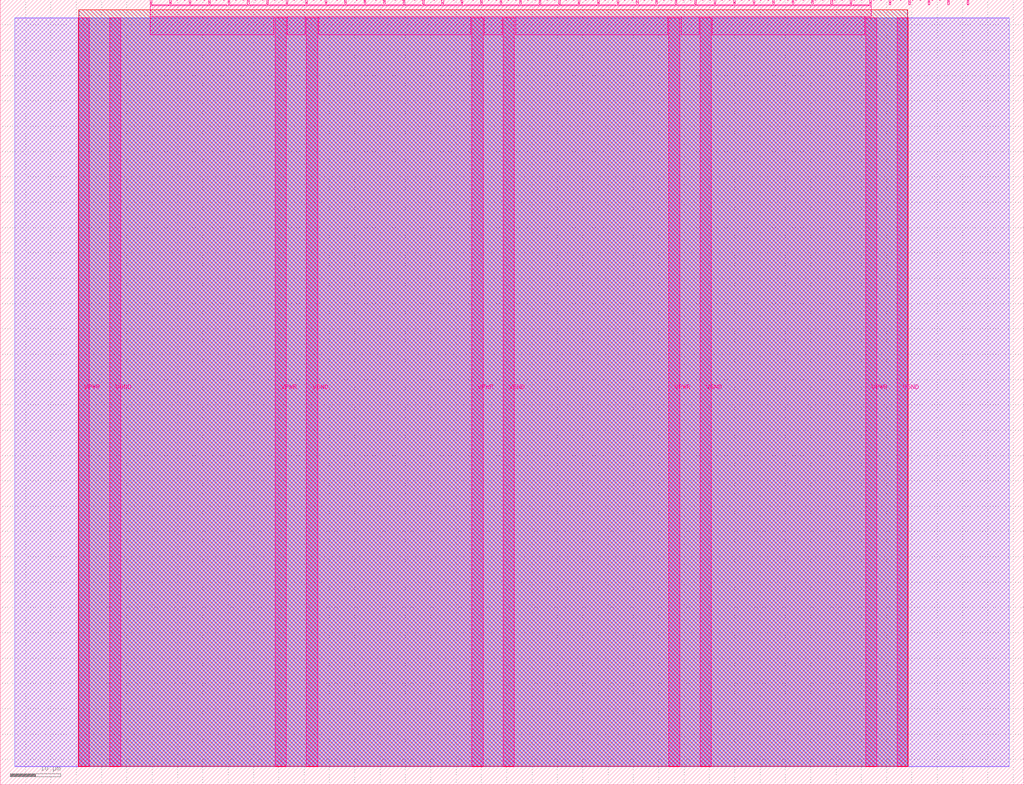
<source format=lef>
VERSION 5.7 ;
  NOWIREEXTENSIONATPIN ON ;
  DIVIDERCHAR "/" ;
  BUSBITCHARS "[]" ;
MACRO tt_um_wokwi_434918311072808961
  CLASS BLOCK ;
  FOREIGN tt_um_wokwi_434918311072808961 ;
  ORIGIN 0.000 0.000 ;
  SIZE 202.080 BY 154.980 ;
  PIN VGND
    DIRECTION INOUT ;
    USE GROUND ;
    PORT
      LAYER Metal5 ;
        RECT 21.580 3.560 23.780 151.420 ;
    END
    PORT
      LAYER Metal5 ;
        RECT 60.450 3.560 62.650 151.420 ;
    END
    PORT
      LAYER Metal5 ;
        RECT 99.320 3.560 101.520 151.420 ;
    END
    PORT
      LAYER Metal5 ;
        RECT 138.190 3.560 140.390 151.420 ;
    END
    PORT
      LAYER Metal5 ;
        RECT 177.060 3.560 179.260 151.420 ;
    END
  END VGND
  PIN VPWR
    DIRECTION INOUT ;
    USE POWER ;
    PORT
      LAYER Metal5 ;
        RECT 15.380 3.560 17.580 151.420 ;
    END
    PORT
      LAYER Metal5 ;
        RECT 54.250 3.560 56.450 151.420 ;
    END
    PORT
      LAYER Metal5 ;
        RECT 93.120 3.560 95.320 151.420 ;
    END
    PORT
      LAYER Metal5 ;
        RECT 131.990 3.560 134.190 151.420 ;
    END
    PORT
      LAYER Metal5 ;
        RECT 170.860 3.560 173.060 151.420 ;
    END
  END VPWR
  PIN clk
    DIRECTION INPUT ;
    USE SIGNAL ;
    PORT
      LAYER Metal5 ;
        RECT 187.050 153.980 187.350 154.980 ;
    END
  END clk
  PIN ena
    DIRECTION INPUT ;
    USE SIGNAL ;
    PORT
      LAYER Metal5 ;
        RECT 190.890 153.980 191.190 154.980 ;
    END
  END ena
  PIN rst_n
    DIRECTION INPUT ;
    USE SIGNAL ;
    PORT
      LAYER Metal5 ;
        RECT 183.210 153.980 183.510 154.980 ;
    END
  END rst_n
  PIN ui_in[0]
    DIRECTION INPUT ;
    USE SIGNAL ;
    PORT
      LAYER Metal5 ;
        RECT 179.370 153.980 179.670 154.980 ;
    END
  END ui_in[0]
  PIN ui_in[1]
    DIRECTION INPUT ;
    USE SIGNAL ;
    PORT
      LAYER Metal5 ;
        RECT 175.530 153.980 175.830 154.980 ;
    END
  END ui_in[1]
  PIN ui_in[2]
    DIRECTION INPUT ;
    USE SIGNAL ;
    ANTENNAGATEAREA 0.180700 ;
    PORT
      LAYER Metal5 ;
        RECT 171.690 153.980 171.990 154.980 ;
    END
  END ui_in[2]
  PIN ui_in[3]
    DIRECTION INPUT ;
    USE SIGNAL ;
    ANTENNAGATEAREA 0.180700 ;
    PORT
      LAYER Metal5 ;
        RECT 167.850 153.980 168.150 154.980 ;
    END
  END ui_in[3]
  PIN ui_in[4]
    DIRECTION INPUT ;
    USE SIGNAL ;
    ANTENNAGATEAREA 0.180700 ;
    PORT
      LAYER Metal5 ;
        RECT 164.010 153.980 164.310 154.980 ;
    END
  END ui_in[4]
  PIN ui_in[5]
    DIRECTION INPUT ;
    USE SIGNAL ;
    ANTENNAGATEAREA 0.180700 ;
    PORT
      LAYER Metal5 ;
        RECT 160.170 153.980 160.470 154.980 ;
    END
  END ui_in[5]
  PIN ui_in[6]
    DIRECTION INPUT ;
    USE SIGNAL ;
    ANTENNAGATEAREA 0.180700 ;
    PORT
      LAYER Metal5 ;
        RECT 156.330 153.980 156.630 154.980 ;
    END
  END ui_in[6]
  PIN ui_in[7]
    DIRECTION INPUT ;
    USE SIGNAL ;
    ANTENNAGATEAREA 0.180700 ;
    PORT
      LAYER Metal5 ;
        RECT 152.490 153.980 152.790 154.980 ;
    END
  END ui_in[7]
  PIN uio_in[0]
    DIRECTION INPUT ;
    USE SIGNAL ;
    PORT
      LAYER Metal5 ;
        RECT 148.650 153.980 148.950 154.980 ;
    END
  END uio_in[0]
  PIN uio_in[1]
    DIRECTION INPUT ;
    USE SIGNAL ;
    PORT
      LAYER Metal5 ;
        RECT 144.810 153.980 145.110 154.980 ;
    END
  END uio_in[1]
  PIN uio_in[2]
    DIRECTION INPUT ;
    USE SIGNAL ;
    PORT
      LAYER Metal5 ;
        RECT 140.970 153.980 141.270 154.980 ;
    END
  END uio_in[2]
  PIN uio_in[3]
    DIRECTION INPUT ;
    USE SIGNAL ;
    PORT
      LAYER Metal5 ;
        RECT 137.130 153.980 137.430 154.980 ;
    END
  END uio_in[3]
  PIN uio_in[4]
    DIRECTION INPUT ;
    USE SIGNAL ;
    PORT
      LAYER Metal5 ;
        RECT 133.290 153.980 133.590 154.980 ;
    END
  END uio_in[4]
  PIN uio_in[5]
    DIRECTION INPUT ;
    USE SIGNAL ;
    PORT
      LAYER Metal5 ;
        RECT 129.450 153.980 129.750 154.980 ;
    END
  END uio_in[5]
  PIN uio_in[6]
    DIRECTION INPUT ;
    USE SIGNAL ;
    PORT
      LAYER Metal5 ;
        RECT 125.610 153.980 125.910 154.980 ;
    END
  END uio_in[6]
  PIN uio_in[7]
    DIRECTION INPUT ;
    USE SIGNAL ;
    PORT
      LAYER Metal5 ;
        RECT 121.770 153.980 122.070 154.980 ;
    END
  END uio_in[7]
  PIN uio_oe[0]
    DIRECTION OUTPUT ;
    USE SIGNAL ;
    ANTENNADIFFAREA 0.299200 ;
    PORT
      LAYER Metal5 ;
        RECT 56.490 153.980 56.790 154.980 ;
    END
  END uio_oe[0]
  PIN uio_oe[1]
    DIRECTION OUTPUT ;
    USE SIGNAL ;
    ANTENNADIFFAREA 0.299200 ;
    PORT
      LAYER Metal5 ;
        RECT 52.650 153.980 52.950 154.980 ;
    END
  END uio_oe[1]
  PIN uio_oe[2]
    DIRECTION OUTPUT ;
    USE SIGNAL ;
    ANTENNADIFFAREA 0.299200 ;
    PORT
      LAYER Metal5 ;
        RECT 48.810 153.980 49.110 154.980 ;
    END
  END uio_oe[2]
  PIN uio_oe[3]
    DIRECTION OUTPUT ;
    USE SIGNAL ;
    ANTENNADIFFAREA 0.299200 ;
    PORT
      LAYER Metal5 ;
        RECT 44.970 153.980 45.270 154.980 ;
    END
  END uio_oe[3]
  PIN uio_oe[4]
    DIRECTION OUTPUT ;
    USE SIGNAL ;
    ANTENNADIFFAREA 0.299200 ;
    PORT
      LAYER Metal5 ;
        RECT 41.130 153.980 41.430 154.980 ;
    END
  END uio_oe[4]
  PIN uio_oe[5]
    DIRECTION OUTPUT ;
    USE SIGNAL ;
    ANTENNADIFFAREA 0.299200 ;
    PORT
      LAYER Metal5 ;
        RECT 37.290 153.980 37.590 154.980 ;
    END
  END uio_oe[5]
  PIN uio_oe[6]
    DIRECTION OUTPUT ;
    USE SIGNAL ;
    ANTENNADIFFAREA 0.299200 ;
    PORT
      LAYER Metal5 ;
        RECT 33.450 153.980 33.750 154.980 ;
    END
  END uio_oe[6]
  PIN uio_oe[7]
    DIRECTION OUTPUT ;
    USE SIGNAL ;
    ANTENNADIFFAREA 0.299200 ;
    PORT
      LAYER Metal5 ;
        RECT 29.610 153.980 29.910 154.980 ;
    END
  END uio_oe[7]
  PIN uio_out[0]
    DIRECTION OUTPUT ;
    USE SIGNAL ;
    ANTENNADIFFAREA 0.299200 ;
    PORT
      LAYER Metal5 ;
        RECT 87.210 153.980 87.510 154.980 ;
    END
  END uio_out[0]
  PIN uio_out[1]
    DIRECTION OUTPUT ;
    USE SIGNAL ;
    ANTENNADIFFAREA 0.299200 ;
    PORT
      LAYER Metal5 ;
        RECT 83.370 153.980 83.670 154.980 ;
    END
  END uio_out[1]
  PIN uio_out[2]
    DIRECTION OUTPUT ;
    USE SIGNAL ;
    ANTENNADIFFAREA 0.299200 ;
    PORT
      LAYER Metal5 ;
        RECT 79.530 153.980 79.830 154.980 ;
    END
  END uio_out[2]
  PIN uio_out[3]
    DIRECTION OUTPUT ;
    USE SIGNAL ;
    ANTENNADIFFAREA 0.299200 ;
    PORT
      LAYER Metal5 ;
        RECT 75.690 153.980 75.990 154.980 ;
    END
  END uio_out[3]
  PIN uio_out[4]
    DIRECTION OUTPUT ;
    USE SIGNAL ;
    ANTENNADIFFAREA 0.299200 ;
    PORT
      LAYER Metal5 ;
        RECT 71.850 153.980 72.150 154.980 ;
    END
  END uio_out[4]
  PIN uio_out[5]
    DIRECTION OUTPUT ;
    USE SIGNAL ;
    ANTENNADIFFAREA 0.299200 ;
    PORT
      LAYER Metal5 ;
        RECT 68.010 153.980 68.310 154.980 ;
    END
  END uio_out[5]
  PIN uio_out[6]
    DIRECTION OUTPUT ;
    USE SIGNAL ;
    ANTENNADIFFAREA 0.299200 ;
    PORT
      LAYER Metal5 ;
        RECT 64.170 153.980 64.470 154.980 ;
    END
  END uio_out[6]
  PIN uio_out[7]
    DIRECTION OUTPUT ;
    USE SIGNAL ;
    ANTENNADIFFAREA 0.299200 ;
    PORT
      LAYER Metal5 ;
        RECT 60.330 153.980 60.630 154.980 ;
    END
  END uio_out[7]
  PIN uo_out[0]
    DIRECTION OUTPUT ;
    USE SIGNAL ;
    ANTENNADIFFAREA 0.299200 ;
    PORT
      LAYER Metal5 ;
        RECT 117.930 153.980 118.230 154.980 ;
    END
  END uo_out[0]
  PIN uo_out[1]
    DIRECTION OUTPUT ;
    USE SIGNAL ;
    ANTENNADIFFAREA 0.299200 ;
    PORT
      LAYER Metal5 ;
        RECT 114.090 153.980 114.390 154.980 ;
    END
  END uo_out[1]
  PIN uo_out[2]
    DIRECTION OUTPUT ;
    USE SIGNAL ;
    ANTENNADIFFAREA 0.654800 ;
    PORT
      LAYER Metal5 ;
        RECT 110.250 153.980 110.550 154.980 ;
    END
  END uo_out[2]
  PIN uo_out[3]
    DIRECTION OUTPUT ;
    USE SIGNAL ;
    ANTENNADIFFAREA 0.654800 ;
    PORT
      LAYER Metal5 ;
        RECT 106.410 153.980 106.710 154.980 ;
    END
  END uo_out[3]
  PIN uo_out[4]
    DIRECTION OUTPUT ;
    USE SIGNAL ;
    ANTENNADIFFAREA 0.654800 ;
    PORT
      LAYER Metal5 ;
        RECT 102.570 153.980 102.870 154.980 ;
    END
  END uo_out[4]
  PIN uo_out[5]
    DIRECTION OUTPUT ;
    USE SIGNAL ;
    ANTENNADIFFAREA 0.654800 ;
    PORT
      LAYER Metal5 ;
        RECT 98.730 153.980 99.030 154.980 ;
    END
  END uo_out[5]
  PIN uo_out[6]
    DIRECTION OUTPUT ;
    USE SIGNAL ;
    ANTENNADIFFAREA 0.654800 ;
    PORT
      LAYER Metal5 ;
        RECT 94.890 153.980 95.190 154.980 ;
    END
  END uo_out[6]
  PIN uo_out[7]
    DIRECTION OUTPUT ;
    USE SIGNAL ;
    ANTENNADIFFAREA 0.654800 ;
    PORT
      LAYER Metal5 ;
        RECT 91.050 153.980 91.350 154.980 ;
    END
  END uo_out[7]
  OBS
      LAYER GatPoly ;
        RECT 2.880 3.630 199.200 151.350 ;
      LAYER Metal1 ;
        RECT 2.880 3.560 199.200 151.420 ;
      LAYER Metal2 ;
        RECT 15.515 3.680 179.125 151.300 ;
      LAYER Metal3 ;
        RECT 15.560 3.635 179.080 153.025 ;
      LAYER Metal4 ;
        RECT 15.515 3.680 179.125 152.980 ;
      LAYER Metal5 ;
        RECT 30.120 153.770 33.240 153.980 ;
        RECT 33.960 153.770 37.080 153.980 ;
        RECT 37.800 153.770 40.920 153.980 ;
        RECT 41.640 153.770 44.760 153.980 ;
        RECT 45.480 153.770 48.600 153.980 ;
        RECT 49.320 153.770 52.440 153.980 ;
        RECT 53.160 153.770 56.280 153.980 ;
        RECT 57.000 153.770 60.120 153.980 ;
        RECT 60.840 153.770 63.960 153.980 ;
        RECT 64.680 153.770 67.800 153.980 ;
        RECT 68.520 153.770 71.640 153.980 ;
        RECT 72.360 153.770 75.480 153.980 ;
        RECT 76.200 153.770 79.320 153.980 ;
        RECT 80.040 153.770 83.160 153.980 ;
        RECT 83.880 153.770 87.000 153.980 ;
        RECT 87.720 153.770 90.840 153.980 ;
        RECT 91.560 153.770 94.680 153.980 ;
        RECT 95.400 153.770 98.520 153.980 ;
        RECT 99.240 153.770 102.360 153.980 ;
        RECT 103.080 153.770 106.200 153.980 ;
        RECT 106.920 153.770 110.040 153.980 ;
        RECT 110.760 153.770 113.880 153.980 ;
        RECT 114.600 153.770 117.720 153.980 ;
        RECT 118.440 153.770 121.560 153.980 ;
        RECT 122.280 153.770 125.400 153.980 ;
        RECT 126.120 153.770 129.240 153.980 ;
        RECT 129.960 153.770 133.080 153.980 ;
        RECT 133.800 153.770 136.920 153.980 ;
        RECT 137.640 153.770 140.760 153.980 ;
        RECT 141.480 153.770 144.600 153.980 ;
        RECT 145.320 153.770 148.440 153.980 ;
        RECT 149.160 153.770 152.280 153.980 ;
        RECT 153.000 153.770 156.120 153.980 ;
        RECT 156.840 153.770 159.960 153.980 ;
        RECT 160.680 153.770 163.800 153.980 ;
        RECT 164.520 153.770 167.640 153.980 ;
        RECT 168.360 153.770 171.480 153.980 ;
        RECT 29.660 151.630 171.940 153.770 ;
        RECT 29.660 148.115 54.040 151.630 ;
        RECT 56.660 148.115 60.240 151.630 ;
        RECT 62.860 148.115 92.910 151.630 ;
        RECT 95.530 148.115 99.110 151.630 ;
        RECT 101.730 148.115 131.780 151.630 ;
        RECT 134.400 148.115 137.980 151.630 ;
        RECT 140.600 148.115 170.650 151.630 ;
  END
END tt_um_wokwi_434918311072808961
END LIBRARY


</source>
